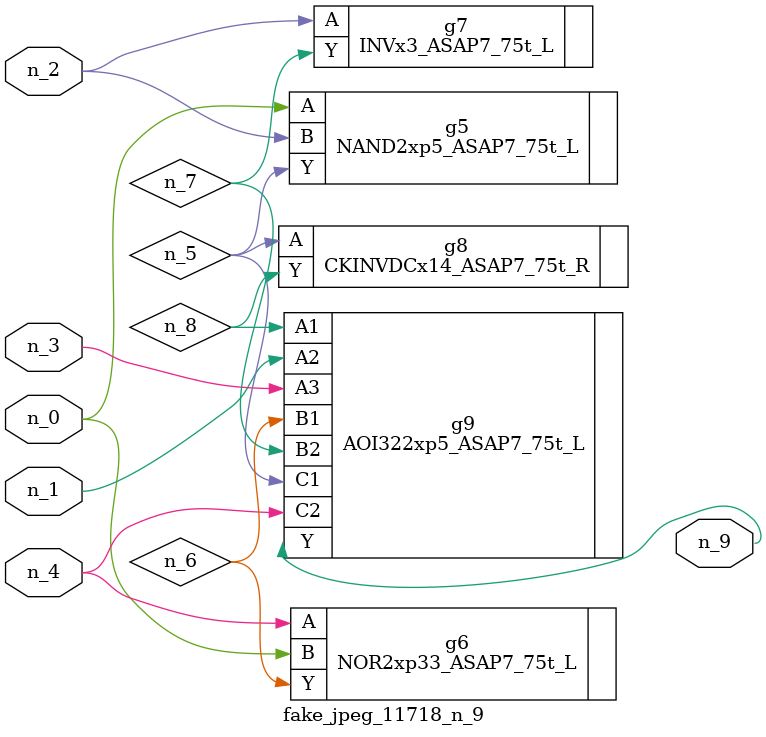
<source format=v>
module fake_jpeg_11718_n_9 (n_3, n_2, n_1, n_0, n_4, n_9);

input n_3;
input n_2;
input n_1;
input n_0;
input n_4;

output n_9;

wire n_8;
wire n_6;
wire n_5;
wire n_7;

NAND2xp5_ASAP7_75t_L g5 ( 
.A(n_0),
.B(n_2),
.Y(n_5)
);

NOR2xp33_ASAP7_75t_L g6 ( 
.A(n_4),
.B(n_0),
.Y(n_6)
);

INVx3_ASAP7_75t_L g7 ( 
.A(n_2),
.Y(n_7)
);

CKINVDCx14_ASAP7_75t_R g8 ( 
.A(n_5),
.Y(n_8)
);

AOI322xp5_ASAP7_75t_L g9 ( 
.A1(n_8),
.A2(n_1),
.A3(n_3),
.B1(n_6),
.B2(n_7),
.C1(n_5),
.C2(n_4),
.Y(n_9)
);


endmodule
</source>
